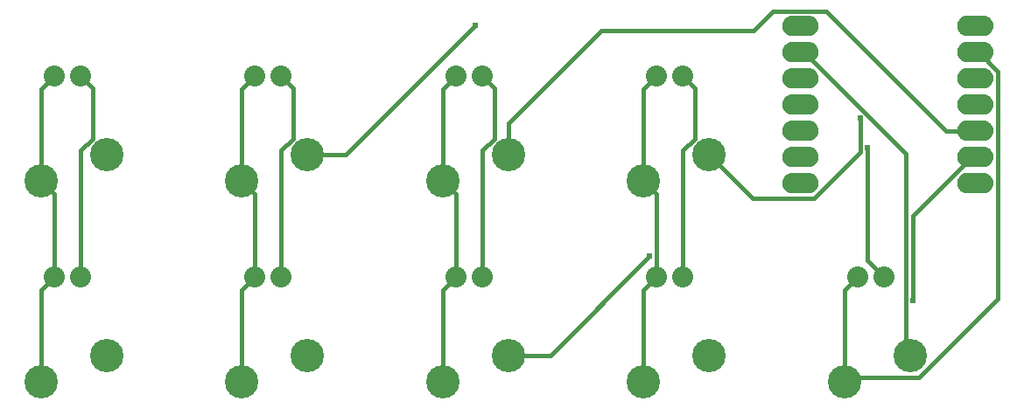
<source format=gbl>
G04 Layer: BottomLayer*
G04 EasyEDA v6.5.34, 2023-09-07 19:38:45*
G04 9ee9bf4eaa3c4749808be0ecbaf77966,1ae14fa7f5aa486887b2aa5280da83c0,10*
G04 Gerber Generator version 0.2*
G04 Scale: 100 percent, Rotated: No, Reflected: No *
G04 Dimensions in millimeters *
G04 leading zeros omitted , absolute positions ,4 integer and 5 decimal *
%FSLAX45Y45*%
%MOMM*%

%ADD10C,0.4000*%
%ADD11C,2.0320*%
%ADD12C,3.2258*%
%ADD13C,0.6100*%

%LPD*%
D10*
X4015740Y9964165D02*
G01*
X4130979Y9848926D01*
X4130979Y9359188D01*
X4015740Y9243949D01*
X4015740Y8021065D01*
X5958840Y9964165D02*
G01*
X6074079Y9848926D01*
X6074079Y9359188D01*
X5958840Y9243949D01*
X5958840Y8021065D01*
X7901940Y9964165D02*
G01*
X8018576Y9847529D01*
X8018576Y9360585D01*
X7901940Y9243949D01*
X7901940Y8021065D01*
X9845040Y9964165D02*
G01*
X9960279Y9848926D01*
X9960279Y9359188D01*
X9845040Y9243949D01*
X9845040Y8021065D01*
X11788140Y8021065D02*
G01*
X11627586Y8181619D01*
X11627586Y9269552D01*
X3634740Y8948165D02*
G01*
X3761740Y8821165D01*
X3761740Y8021065D01*
X3761740Y9964165D02*
G01*
X3634740Y9837165D01*
X3634740Y8948165D01*
X5577840Y8948165D02*
G01*
X5704840Y8821165D01*
X5704840Y8021065D01*
X5704840Y9964165D02*
G01*
X5577840Y9837165D01*
X5577840Y8948165D01*
X3634740Y7005065D02*
G01*
X3634740Y7894065D01*
X3761740Y8021065D01*
X7520940Y8948165D02*
G01*
X7647940Y8821165D01*
X7647940Y8021065D01*
X7647940Y9964165D02*
G01*
X7520940Y9837165D01*
X7520940Y8948165D01*
X9464040Y8948165D02*
G01*
X9591040Y8821165D01*
X9591040Y8021065D01*
X9591040Y9964165D02*
G01*
X9464040Y9837165D01*
X9464040Y8948165D01*
X9464040Y7005065D02*
G01*
X9464040Y7894065D01*
X9591040Y8021065D01*
X7520940Y7005065D02*
G01*
X7520940Y7894065D01*
X7647940Y8021065D01*
X5577840Y7005065D02*
G01*
X5577840Y7894065D01*
X5704840Y8021065D01*
X11407140Y7005065D02*
G01*
X11407140Y7047560D01*
X11407140Y7047560D02*
G01*
X11407140Y7894065D01*
X11534140Y8021065D01*
X11407140Y7047560D02*
G01*
X12130735Y7047560D01*
X12892582Y7809407D01*
X12892582Y10010876D01*
X12703403Y10200055D01*
X12672034Y10200055D01*
X10980420Y10199039D02*
G01*
X11015141Y10199039D01*
X12004624Y9209557D01*
X12004624Y7296581D01*
X12042140Y7259065D01*
X6212840Y9202165D02*
G01*
X6579158Y9202165D01*
X7830616Y10453624D01*
X8155940Y9202165D02*
G01*
X8155940Y9510318D01*
X9054185Y10408564D01*
X10530713Y10408564D01*
X10717047Y10594898D01*
X11229289Y10594898D01*
X12387148Y9437039D01*
X12672034Y9437039D01*
X10099040Y9202165D02*
G01*
X10519409Y8781795D01*
X11112474Y8781795D01*
X11557609Y9226930D01*
X11557609Y9563404D01*
X12672034Y9184055D02*
G01*
X12643383Y9184055D01*
X12070486Y8611158D01*
X12070486Y7790484D01*
X8155940Y7259065D02*
G01*
X8561603Y7259065D01*
X9521063Y8218525D01*
G36*
X12596987Y10353662D02*
G01*
X12592006Y10353786D01*
X12587036Y10354160D01*
X12582090Y10354779D01*
X12577183Y10355643D01*
X12572324Y10356753D01*
X12567526Y10358102D01*
X12562804Y10359689D01*
X12558163Y10361510D01*
X12553622Y10363560D01*
X12549187Y10365833D01*
X12544872Y10368325D01*
X12540683Y10371030D01*
X12536637Y10373939D01*
X12532740Y10377045D01*
X12529004Y10380342D01*
X12525438Y10383822D01*
X12522047Y10387477D01*
X12518844Y10391294D01*
X12515834Y10395267D01*
X12513028Y10399384D01*
X12510429Y10403636D01*
X12508047Y10408013D01*
X12505883Y10412503D01*
X12503947Y10417096D01*
X12502243Y10421780D01*
X12500775Y10426539D01*
X12499545Y10431371D01*
X12498557Y10436255D01*
X12497813Y10441183D01*
X12497318Y10446141D01*
X12497069Y10451119D01*
X12497069Y10456103D01*
X12497318Y10461081D01*
X12497813Y10466039D01*
X12498557Y10470967D01*
X12499545Y10475851D01*
X12500775Y10480682D01*
X12502243Y10485442D01*
X12503947Y10490126D01*
X12505883Y10494718D01*
X12508047Y10499209D01*
X12510429Y10503585D01*
X12513028Y10507837D01*
X12515834Y10511955D01*
X12518844Y10515927D01*
X12522047Y10519745D01*
X12525438Y10523400D01*
X12529004Y10526880D01*
X12532740Y10530177D01*
X12536637Y10533283D01*
X12540683Y10536191D01*
X12544872Y10538896D01*
X12549187Y10541388D01*
X12553622Y10543661D01*
X12558163Y10545711D01*
X12562804Y10547532D01*
X12567526Y10549120D01*
X12572324Y10550469D01*
X12577183Y10551579D01*
X12582090Y10552442D01*
X12587036Y10553062D01*
X12592006Y10553435D01*
X12596987Y10553560D01*
X12747091Y10553560D01*
X12752072Y10553435D01*
X12757043Y10553062D01*
X12761988Y10552442D01*
X12766895Y10551579D01*
X12771754Y10550469D01*
X12776553Y10549120D01*
X12781274Y10547532D01*
X12785915Y10545711D01*
X12790457Y10543661D01*
X12794891Y10541388D01*
X12799207Y10538896D01*
X12803395Y10536191D01*
X12807441Y10533283D01*
X12811338Y10530177D01*
X12815074Y10526880D01*
X12818640Y10523400D01*
X12822031Y10519745D01*
X12825234Y10515927D01*
X12828244Y10511955D01*
X12831051Y10507837D01*
X12833649Y10503585D01*
X12836032Y10499209D01*
X12838196Y10494718D01*
X12840131Y10490126D01*
X12841836Y10485442D01*
X12843304Y10480682D01*
X12844533Y10475851D01*
X12845521Y10470967D01*
X12846265Y10466039D01*
X12846761Y10461081D01*
X12847010Y10456103D01*
X12847010Y10451119D01*
X12846761Y10446141D01*
X12846265Y10441183D01*
X12845521Y10436255D01*
X12844533Y10431371D01*
X12843304Y10426539D01*
X12841836Y10421780D01*
X12840131Y10417096D01*
X12838196Y10412503D01*
X12836032Y10408013D01*
X12833649Y10403636D01*
X12831051Y10399384D01*
X12828244Y10395267D01*
X12825234Y10391294D01*
X12822031Y10387477D01*
X12818640Y10383822D01*
X12815074Y10380342D01*
X12811338Y10377045D01*
X12807441Y10373939D01*
X12803395Y10371030D01*
X12799207Y10368325D01*
X12794891Y10365833D01*
X12790457Y10363560D01*
X12785915Y10361510D01*
X12781274Y10359689D01*
X12776553Y10358102D01*
X12771754Y10356753D01*
X12766895Y10355643D01*
X12761988Y10354779D01*
X12757043Y10354160D01*
X12752072Y10353786D01*
X12747091Y10353662D01*
G37*
G36*
X10905388Y10353662D02*
G01*
X10900407Y10353786D01*
X10895436Y10354160D01*
X10890491Y10354779D01*
X10885584Y10355643D01*
X10880725Y10356753D01*
X10875926Y10358102D01*
X10871205Y10359689D01*
X10866564Y10361510D01*
X10862022Y10363560D01*
X10857588Y10365833D01*
X10853272Y10368325D01*
X10849084Y10371030D01*
X10845038Y10373939D01*
X10841141Y10377045D01*
X10837405Y10380342D01*
X10833839Y10383822D01*
X10830448Y10387477D01*
X10827245Y10391294D01*
X10824235Y10395267D01*
X10821428Y10399384D01*
X10818830Y10403636D01*
X10816447Y10408013D01*
X10814283Y10412503D01*
X10812348Y10417096D01*
X10810643Y10421780D01*
X10809175Y10426539D01*
X10807946Y10431371D01*
X10806958Y10436255D01*
X10806214Y10441183D01*
X10805718Y10446141D01*
X10805469Y10451119D01*
X10805469Y10456103D01*
X10805718Y10461081D01*
X10806214Y10466039D01*
X10806958Y10470967D01*
X10807946Y10475851D01*
X10809175Y10480682D01*
X10810643Y10485442D01*
X10812348Y10490126D01*
X10814283Y10494718D01*
X10816447Y10499209D01*
X10818830Y10503585D01*
X10821428Y10507837D01*
X10824235Y10511955D01*
X10827245Y10515927D01*
X10830448Y10519745D01*
X10833839Y10523400D01*
X10837405Y10526880D01*
X10841141Y10530177D01*
X10845038Y10533283D01*
X10849084Y10536191D01*
X10853272Y10538896D01*
X10857588Y10541388D01*
X10862022Y10543661D01*
X10866564Y10545711D01*
X10871205Y10547532D01*
X10875926Y10549120D01*
X10880725Y10550469D01*
X10885584Y10551579D01*
X10890491Y10552442D01*
X10895436Y10553062D01*
X10900407Y10553435D01*
X10905388Y10553560D01*
X11055492Y10553560D01*
X11060473Y10553435D01*
X11065443Y10553062D01*
X11070389Y10552442D01*
X11075296Y10551579D01*
X11080155Y10550469D01*
X11084953Y10549120D01*
X11089675Y10547532D01*
X11094316Y10545711D01*
X11098857Y10543661D01*
X11103292Y10541388D01*
X11107607Y10538896D01*
X11111796Y10536191D01*
X11115842Y10533283D01*
X11119738Y10530177D01*
X11123475Y10526880D01*
X11127041Y10523400D01*
X11130432Y10519745D01*
X11133635Y10515927D01*
X11136645Y10511955D01*
X11139451Y10507837D01*
X11142050Y10503585D01*
X11144432Y10499209D01*
X11146596Y10494718D01*
X11148532Y10490126D01*
X11150236Y10485442D01*
X11151704Y10480682D01*
X11152934Y10475851D01*
X11153922Y10470967D01*
X11154666Y10466039D01*
X11155161Y10461081D01*
X11155410Y10456103D01*
X11155410Y10451119D01*
X11155161Y10446141D01*
X11154666Y10441183D01*
X11153922Y10436255D01*
X11152934Y10431371D01*
X11151704Y10426539D01*
X11150236Y10421780D01*
X11148532Y10417096D01*
X11146596Y10412503D01*
X11144432Y10408013D01*
X11142050Y10403636D01*
X11139451Y10399384D01*
X11136645Y10395267D01*
X11133635Y10391294D01*
X11130432Y10387477D01*
X11127041Y10383822D01*
X11123475Y10380342D01*
X11119738Y10377045D01*
X11115842Y10373939D01*
X11111796Y10371030D01*
X11107607Y10368325D01*
X11103292Y10365833D01*
X11098857Y10363560D01*
X11094316Y10361510D01*
X11089675Y10359689D01*
X11084953Y10358102D01*
X11080155Y10356753D01*
X11075296Y10355643D01*
X11070389Y10354779D01*
X11065443Y10354160D01*
X11060473Y10353786D01*
X11055492Y10353662D01*
G37*
G36*
X10905370Y10099090D02*
G01*
X10900392Y10099210D01*
X10895418Y10099598D01*
X10890473Y10100198D01*
X10885568Y10101071D01*
X10880707Y10102179D01*
X10875911Y10103533D01*
X10871189Y10105120D01*
X10866546Y10106936D01*
X10862007Y10108986D01*
X10857570Y10111259D01*
X10853252Y10113749D01*
X10849066Y10116461D01*
X10845017Y10119362D01*
X10841123Y10122468D01*
X10837390Y10125781D01*
X10833818Y10129253D01*
X10830427Y10132913D01*
X10827230Y10136728D01*
X10824215Y10140690D01*
X10821410Y10144808D01*
X10818812Y10149062D01*
X10816432Y10153436D01*
X10814268Y10157924D01*
X10812330Y10162522D01*
X10810623Y10167203D01*
X10809155Y10171965D01*
X10807928Y10176791D01*
X10806940Y10181686D01*
X10806198Y10186609D01*
X10805701Y10191559D01*
X10805449Y10196550D01*
X10805449Y10201523D01*
X10805701Y10206509D01*
X10806198Y10211460D01*
X10806940Y10216393D01*
X10807928Y10221282D01*
X10809155Y10226113D01*
X10810623Y10230876D01*
X10812330Y10235552D01*
X10814268Y10240144D01*
X10816432Y10244637D01*
X10818812Y10249011D01*
X10821410Y10253266D01*
X10824215Y10257383D01*
X10827230Y10261358D01*
X10830427Y10265178D01*
X10833818Y10268826D01*
X10837390Y10272311D01*
X10841123Y10275605D01*
X10845017Y10278711D01*
X10849066Y10281612D01*
X10853252Y10284325D01*
X10857570Y10286809D01*
X10862007Y10289087D01*
X10866546Y10291137D01*
X10871189Y10292953D01*
X10875911Y10294541D01*
X10880707Y10295895D01*
X10885568Y10297002D01*
X10890473Y10297871D01*
X10895418Y10298493D01*
X10900392Y10298864D01*
X10905370Y10298988D01*
X11055477Y10298988D01*
X11060455Y10298864D01*
X11065423Y10298493D01*
X11070369Y10297871D01*
X11075278Y10297002D01*
X11080140Y10295895D01*
X11084935Y10294541D01*
X11089657Y10292953D01*
X11094295Y10291137D01*
X11098847Y10289087D01*
X11103272Y10286809D01*
X11107590Y10284325D01*
X11111781Y10281612D01*
X11115824Y10278711D01*
X11119718Y10275605D01*
X11123465Y10272311D01*
X11127021Y10268826D01*
X11130414Y10265178D01*
X11133617Y10261358D01*
X11136627Y10257383D01*
X11139436Y10253266D01*
X11142035Y10249011D01*
X11144415Y10244637D01*
X11146579Y10240144D01*
X11148517Y10235552D01*
X11150224Y10230876D01*
X11151684Y10226113D01*
X11152919Y10221282D01*
X11153907Y10216393D01*
X11154648Y10211460D01*
X11155146Y10206509D01*
X11155390Y10201523D01*
X11155390Y10196550D01*
X11155146Y10191559D01*
X11154648Y10186609D01*
X11153907Y10181686D01*
X11152919Y10176791D01*
X11151684Y10171965D01*
X11150224Y10167203D01*
X11148517Y10162522D01*
X11146579Y10157924D01*
X11144415Y10153436D01*
X11142035Y10149062D01*
X11139436Y10144808D01*
X11136627Y10140690D01*
X11133617Y10136728D01*
X11130414Y10132913D01*
X11127021Y10129253D01*
X11123465Y10125781D01*
X11119718Y10122468D01*
X11115824Y10119362D01*
X11111781Y10116461D01*
X11107590Y10113749D01*
X11103272Y10111259D01*
X11098847Y10108986D01*
X11094295Y10106936D01*
X11089657Y10105120D01*
X11084935Y10103533D01*
X11080140Y10102179D01*
X11075278Y10101071D01*
X11070369Y10100198D01*
X11065423Y10099598D01*
X11060455Y10099210D01*
X11055477Y10099090D01*
G37*
G36*
X10905370Y9846091D02*
G01*
X10900387Y9846210D01*
X10895416Y9846599D01*
X10890468Y9847199D01*
X10885566Y9848072D01*
X10880707Y9849180D01*
X10875906Y9850534D01*
X10871187Y9852121D01*
X10866541Y9853937D01*
X10862005Y9855987D01*
X10857567Y9858260D01*
X10853247Y9860749D01*
X10849061Y9863462D01*
X10845012Y9866363D01*
X10841118Y9869469D01*
X10837387Y9872781D01*
X10833818Y9876254D01*
X10830422Y9879914D01*
X10827224Y9883729D01*
X10824209Y9887691D01*
X10821405Y9891809D01*
X10818807Y9896063D01*
X10816429Y9900437D01*
X10814265Y9904925D01*
X10812330Y9909522D01*
X10810618Y9914204D01*
X10809155Y9918966D01*
X10807923Y9923792D01*
X10806935Y9928687D01*
X10806193Y9933609D01*
X10805701Y9938560D01*
X10805449Y9943551D01*
X10805449Y9948524D01*
X10805701Y9953510D01*
X10806193Y9958461D01*
X10806935Y9963393D01*
X10807923Y9968283D01*
X10809155Y9973114D01*
X10810618Y9977876D01*
X10812330Y9982553D01*
X10814265Y9987145D01*
X10816429Y9991638D01*
X10818807Y9996012D01*
X10821405Y10000267D01*
X10824209Y10004384D01*
X10827224Y10008359D01*
X10830422Y10012179D01*
X10833818Y10015827D01*
X10837387Y10019311D01*
X10841118Y10022606D01*
X10845012Y10025712D01*
X10849061Y10028613D01*
X10853247Y10031326D01*
X10857567Y10033810D01*
X10862005Y10036088D01*
X10866541Y10038138D01*
X10871187Y10039954D01*
X10875906Y10041542D01*
X10880707Y10042895D01*
X10885566Y10044003D01*
X10890468Y10044871D01*
X10895416Y10045494D01*
X10900387Y10045865D01*
X10905370Y10045989D01*
X11055474Y10045989D01*
X11060450Y10045865D01*
X11065418Y10045494D01*
X11070363Y10044871D01*
X11075278Y10044003D01*
X11080137Y10042895D01*
X11084930Y10041542D01*
X11089657Y10039954D01*
X11094290Y10038138D01*
X11098844Y10036088D01*
X11103267Y10033810D01*
X11107587Y10031326D01*
X11111776Y10028613D01*
X11115822Y10025712D01*
X11119713Y10022606D01*
X11123462Y10019311D01*
X11127021Y10015827D01*
X11130412Y10012179D01*
X11133612Y10008359D01*
X11136622Y10004384D01*
X11139431Y10000267D01*
X11142030Y9996012D01*
X11144415Y9991638D01*
X11146579Y9987145D01*
X11148514Y9982553D01*
X11150221Y9977876D01*
X11151684Y9973114D01*
X11152913Y9968283D01*
X11153902Y9963393D01*
X11154643Y9958461D01*
X11155144Y9953510D01*
X11155390Y9948524D01*
X11155390Y9943551D01*
X11155144Y9938560D01*
X11154643Y9933609D01*
X11153902Y9928687D01*
X11152913Y9923792D01*
X11151684Y9918966D01*
X11150221Y9914204D01*
X11148514Y9909522D01*
X11146579Y9904925D01*
X11144415Y9900437D01*
X11142030Y9896063D01*
X11139431Y9891809D01*
X11136622Y9887691D01*
X11133612Y9883729D01*
X11130412Y9879914D01*
X11127021Y9876254D01*
X11123462Y9872781D01*
X11119713Y9869469D01*
X11115822Y9866363D01*
X11111776Y9863462D01*
X11107587Y9860749D01*
X11103267Y9858260D01*
X11098844Y9855987D01*
X11094290Y9853937D01*
X11089657Y9852121D01*
X11084930Y9850534D01*
X11080137Y9849180D01*
X11075278Y9848072D01*
X11070363Y9847199D01*
X11065418Y9846599D01*
X11060450Y9846210D01*
X11055474Y9846091D01*
G37*
G36*
X10905370Y9592089D02*
G01*
X10900392Y9592210D01*
X10895416Y9592599D01*
X10890470Y9593199D01*
X10885566Y9594072D01*
X10880707Y9595180D01*
X10875911Y9596534D01*
X10871187Y9598121D01*
X10866544Y9599935D01*
X10862005Y9601987D01*
X10857567Y9604258D01*
X10853252Y9606749D01*
X10849066Y9609460D01*
X10845017Y9612363D01*
X10841121Y9615469D01*
X10837387Y9618781D01*
X10833818Y9622251D01*
X10830427Y9625914D01*
X10827230Y9629726D01*
X10824215Y9633691D01*
X10821410Y9637809D01*
X10818812Y9642060D01*
X10816429Y9646437D01*
X10814265Y9650925D01*
X10812330Y9655520D01*
X10810623Y9660204D01*
X10809155Y9664966D01*
X10807928Y9669792D01*
X10806940Y9674684D01*
X10806196Y9679607D01*
X10805701Y9684560D01*
X10805449Y9689551D01*
X10805449Y9694524D01*
X10805701Y9699508D01*
X10806196Y9704461D01*
X10806940Y9709393D01*
X10807928Y9714280D01*
X10809155Y9719111D01*
X10810623Y9723874D01*
X10812330Y9728553D01*
X10814265Y9733142D01*
X10816429Y9737638D01*
X10818812Y9742012D01*
X10821410Y9746267D01*
X10824215Y9750384D01*
X10827230Y9754356D01*
X10830427Y9758177D01*
X10833818Y9761827D01*
X10837387Y9765309D01*
X10841121Y9768606D01*
X10845017Y9771712D01*
X10849066Y9774613D01*
X10853252Y9777326D01*
X10857567Y9779810D01*
X10862005Y9782088D01*
X10866544Y9784138D01*
X10871187Y9785954D01*
X10875911Y9787542D01*
X10880707Y9788893D01*
X10885566Y9790003D01*
X10890470Y9790869D01*
X10895416Y9791491D01*
X10900392Y9791865D01*
X10905370Y9791989D01*
X11055474Y9791989D01*
X11060455Y9791865D01*
X11065423Y9791491D01*
X11070369Y9790869D01*
X11075278Y9790003D01*
X11080137Y9788893D01*
X11084935Y9787542D01*
X11089657Y9785954D01*
X11094293Y9784138D01*
X11098844Y9782088D01*
X11103272Y9779810D01*
X11107587Y9777326D01*
X11111778Y9774613D01*
X11115822Y9771712D01*
X11119716Y9768606D01*
X11123462Y9765309D01*
X11127021Y9761827D01*
X11130412Y9758177D01*
X11133617Y9754356D01*
X11136624Y9750384D01*
X11139436Y9746267D01*
X11142032Y9742012D01*
X11144415Y9737638D01*
X11146579Y9733142D01*
X11148514Y9728553D01*
X11150221Y9723874D01*
X11151684Y9719111D01*
X11152919Y9714280D01*
X11153904Y9709393D01*
X11154648Y9704461D01*
X11155144Y9699508D01*
X11155390Y9694524D01*
X11155390Y9689551D01*
X11155144Y9684560D01*
X11154648Y9679607D01*
X11153904Y9674684D01*
X11152919Y9669792D01*
X11151684Y9664966D01*
X11150221Y9660204D01*
X11148514Y9655520D01*
X11146579Y9650925D01*
X11144415Y9646437D01*
X11142032Y9642060D01*
X11139436Y9637809D01*
X11136624Y9633691D01*
X11133617Y9629726D01*
X11130412Y9625914D01*
X11127021Y9622251D01*
X11123462Y9618781D01*
X11119716Y9615469D01*
X11115822Y9612363D01*
X11111778Y9609460D01*
X11107587Y9606749D01*
X11103272Y9604258D01*
X11098844Y9601987D01*
X11094293Y9599935D01*
X11089657Y9598121D01*
X11084935Y9596534D01*
X11080137Y9595180D01*
X11075278Y9594072D01*
X11070369Y9593199D01*
X11065423Y9592599D01*
X11060455Y9592210D01*
X11055474Y9592089D01*
G37*
G36*
X10905365Y9338091D02*
G01*
X10900387Y9338210D01*
X10895411Y9338599D01*
X10890465Y9339199D01*
X10885561Y9340072D01*
X10880702Y9341180D01*
X10875906Y9342534D01*
X10871182Y9344121D01*
X10866539Y9345937D01*
X10862000Y9347987D01*
X10857562Y9350260D01*
X10853247Y9352749D01*
X10849061Y9355462D01*
X10845012Y9358363D01*
X10841116Y9361469D01*
X10837382Y9364781D01*
X10833813Y9368254D01*
X10830422Y9371914D01*
X10827224Y9375729D01*
X10824209Y9379691D01*
X10821405Y9383809D01*
X10818807Y9388063D01*
X10816424Y9392437D01*
X10814260Y9396925D01*
X10812325Y9401522D01*
X10810618Y9406204D01*
X10809150Y9410966D01*
X10807923Y9415792D01*
X10806935Y9420687D01*
X10806191Y9425609D01*
X10805695Y9430560D01*
X10805444Y9435551D01*
X10805444Y9440524D01*
X10805695Y9445510D01*
X10806191Y9450461D01*
X10806935Y9455393D01*
X10807923Y9460283D01*
X10809150Y9465114D01*
X10810618Y9469876D01*
X10812325Y9474553D01*
X10814260Y9479145D01*
X10816424Y9483638D01*
X10818807Y9488012D01*
X10821405Y9492267D01*
X10824209Y9496384D01*
X10827224Y9500359D01*
X10830422Y9504179D01*
X10833813Y9507827D01*
X10837382Y9511311D01*
X10841116Y9514606D01*
X10845012Y9517712D01*
X10849061Y9520613D01*
X10853247Y9523326D01*
X10857562Y9525810D01*
X10862000Y9528088D01*
X10866539Y9530138D01*
X10871182Y9531954D01*
X10875906Y9533542D01*
X10880702Y9534895D01*
X10885561Y9536003D01*
X10890465Y9536871D01*
X10895411Y9537494D01*
X10900387Y9537865D01*
X10905365Y9537989D01*
X11055469Y9537989D01*
X11060450Y9537865D01*
X11065418Y9537494D01*
X11070363Y9536871D01*
X11075273Y9536003D01*
X11080132Y9534895D01*
X11084930Y9533542D01*
X11089652Y9531954D01*
X11094288Y9530138D01*
X11098839Y9528088D01*
X11103267Y9525810D01*
X11107582Y9523326D01*
X11111773Y9520613D01*
X11115817Y9517712D01*
X11119711Y9514606D01*
X11123457Y9511311D01*
X11127016Y9507827D01*
X11130406Y9504179D01*
X11133612Y9500359D01*
X11136619Y9496384D01*
X11139431Y9492267D01*
X11142027Y9488012D01*
X11144410Y9483638D01*
X11146574Y9479145D01*
X11148509Y9474553D01*
X11150216Y9469876D01*
X11151679Y9465114D01*
X11152913Y9460283D01*
X11153899Y9455393D01*
X11154643Y9450461D01*
X11155138Y9445510D01*
X11155385Y9440524D01*
X11155385Y9435551D01*
X11155138Y9430560D01*
X11154643Y9425609D01*
X11153899Y9420687D01*
X11152913Y9415792D01*
X11151679Y9410966D01*
X11150216Y9406204D01*
X11148509Y9401522D01*
X11146574Y9396925D01*
X11144410Y9392437D01*
X11142027Y9388063D01*
X11139431Y9383809D01*
X11136619Y9379691D01*
X11133612Y9375729D01*
X11130406Y9371914D01*
X11127016Y9368254D01*
X11123457Y9364781D01*
X11119711Y9361469D01*
X11115817Y9358363D01*
X11111773Y9355462D01*
X11107582Y9352749D01*
X11103267Y9350260D01*
X11098839Y9347987D01*
X11094288Y9345937D01*
X11089652Y9344121D01*
X11084930Y9342534D01*
X11080132Y9341180D01*
X11075273Y9340072D01*
X11070363Y9339199D01*
X11065418Y9338599D01*
X11060450Y9338210D01*
X11055469Y9338091D01*
G37*
G36*
X10905365Y9084091D02*
G01*
X10900389Y9084210D01*
X10895406Y9084599D01*
X10890468Y9085199D01*
X10885556Y9086072D01*
X10880702Y9087180D01*
X10875909Y9088534D01*
X10871177Y9090121D01*
X10866544Y9091937D01*
X10862000Y9093987D01*
X10857557Y9096260D01*
X10853252Y9098749D01*
X10849066Y9101462D01*
X10845017Y9104363D01*
X10841121Y9107469D01*
X10837382Y9110781D01*
X10833813Y9114254D01*
X10830427Y9117914D01*
X10827230Y9121729D01*
X10824212Y9125691D01*
X10821410Y9129809D01*
X10818812Y9134063D01*
X10816419Y9138437D01*
X10814260Y9142925D01*
X10812325Y9147522D01*
X10810623Y9152204D01*
X10809150Y9156966D01*
X10807928Y9161792D01*
X10806940Y9166687D01*
X10806196Y9171609D01*
X10805701Y9176560D01*
X10805444Y9181551D01*
X10805444Y9186524D01*
X10805701Y9191510D01*
X10806196Y9196461D01*
X10806940Y9201393D01*
X10807928Y9206283D01*
X10809150Y9211114D01*
X10810623Y9215876D01*
X10812325Y9220553D01*
X10814260Y9225145D01*
X10816419Y9229638D01*
X10818812Y9234012D01*
X10821410Y9238267D01*
X10824212Y9242384D01*
X10827230Y9246359D01*
X10830427Y9250179D01*
X10833813Y9253827D01*
X10837382Y9257311D01*
X10841121Y9260606D01*
X10845017Y9263712D01*
X10849066Y9266613D01*
X10853252Y9269326D01*
X10857557Y9271810D01*
X10862000Y9274088D01*
X10866544Y9276138D01*
X10871177Y9277954D01*
X10875909Y9279542D01*
X10880702Y9280895D01*
X10885556Y9282003D01*
X10890468Y9282871D01*
X10895406Y9283494D01*
X10900389Y9283865D01*
X10905365Y9283989D01*
X11055464Y9283989D01*
X11060455Y9283865D01*
X11065421Y9283494D01*
X11070366Y9282871D01*
X11075273Y9282003D01*
X11080132Y9280895D01*
X11084935Y9279542D01*
X11089657Y9277954D01*
X11094293Y9276138D01*
X11098834Y9274088D01*
X11103272Y9271810D01*
X11107577Y9269326D01*
X11111778Y9266613D01*
X11115817Y9263712D01*
X11119716Y9260606D01*
X11123452Y9257311D01*
X11127021Y9253827D01*
X11130401Y9250179D01*
X11133617Y9246359D01*
X11136622Y9242384D01*
X11139434Y9238267D01*
X11142032Y9234012D01*
X11144415Y9229638D01*
X11146574Y9225145D01*
X11148509Y9220553D01*
X11150211Y9215876D01*
X11151684Y9211114D01*
X11152916Y9206283D01*
X11153904Y9201393D01*
X11154648Y9196461D01*
X11155133Y9191510D01*
X11155385Y9186524D01*
X11155385Y9181551D01*
X11155133Y9176560D01*
X11154648Y9171609D01*
X11153904Y9166687D01*
X11152916Y9161792D01*
X11151684Y9156966D01*
X11150211Y9152204D01*
X11148509Y9147522D01*
X11146574Y9142925D01*
X11144415Y9138437D01*
X11142032Y9134063D01*
X11139434Y9129809D01*
X11136622Y9125691D01*
X11133617Y9121729D01*
X11130401Y9117914D01*
X11127021Y9114254D01*
X11123452Y9110781D01*
X11119716Y9107469D01*
X11115817Y9104363D01*
X11111778Y9101462D01*
X11107577Y9098749D01*
X11103272Y9096260D01*
X11098834Y9093987D01*
X11094293Y9091937D01*
X11089657Y9090121D01*
X11084935Y9088534D01*
X11080132Y9087180D01*
X11075273Y9086072D01*
X11070366Y9085199D01*
X11065421Y9084599D01*
X11060455Y9084210D01*
X11055464Y9084091D01*
G37*
G36*
X10905365Y8830096D02*
G01*
X10900389Y8830213D01*
X10895406Y8830604D01*
X10890470Y8831201D01*
X10885556Y8832077D01*
X10880702Y8833182D01*
X10875909Y8834539D01*
X10871177Y8836126D01*
X10866544Y8837942D01*
X10862000Y8839992D01*
X10857557Y8842263D01*
X10853249Y8844754D01*
X10849066Y8847467D01*
X10845017Y8850368D01*
X10841121Y8853472D01*
X10837382Y8856786D01*
X10833813Y8860259D01*
X10830425Y8863919D01*
X10827227Y8867731D01*
X10824212Y8871694D01*
X10821408Y8875814D01*
X10818812Y8880068D01*
X10816419Y8884442D01*
X10814260Y8888928D01*
X10812325Y8893528D01*
X10810623Y8898206D01*
X10809150Y8902969D01*
X10807926Y8907795D01*
X10806940Y8912689D01*
X10806196Y8917612D01*
X10805701Y8922565D01*
X10805444Y8927556D01*
X10805444Y8932527D01*
X10805701Y8937513D01*
X10806196Y8942466D01*
X10806940Y8947396D01*
X10807926Y8952288D01*
X10809150Y8957116D01*
X10810623Y8961879D01*
X10812325Y8966555D01*
X10814260Y8971145D01*
X10816419Y8975641D01*
X10818812Y8980015D01*
X10821408Y8984269D01*
X10824212Y8988386D01*
X10827227Y8992362D01*
X10830425Y8996182D01*
X10833813Y8999829D01*
X10837382Y9003314D01*
X10841121Y9006608D01*
X10845017Y9009715D01*
X10849066Y9012615D01*
X10853249Y9015328D01*
X10857557Y9017815D01*
X10862000Y9020091D01*
X10866544Y9022140D01*
X10871177Y9023957D01*
X10875909Y9025544D01*
X10880702Y9026900D01*
X10885556Y9028005D01*
X10890470Y9028874D01*
X10895406Y9029496D01*
X10900389Y9029870D01*
X10905365Y9029992D01*
X11055464Y9029992D01*
X11060452Y9029870D01*
X11065421Y9029496D01*
X11070366Y9028874D01*
X11075273Y9028005D01*
X11080132Y9026900D01*
X11084933Y9025544D01*
X11089657Y9023957D01*
X11094293Y9022140D01*
X11098834Y9020091D01*
X11103269Y9017815D01*
X11107577Y9015328D01*
X11111778Y9012615D01*
X11115817Y9009715D01*
X11119716Y9006608D01*
X11123452Y9003314D01*
X11127021Y8999829D01*
X11130401Y8996182D01*
X11133615Y8992362D01*
X11136622Y8988386D01*
X11139434Y8984269D01*
X11142032Y8980015D01*
X11144415Y8975641D01*
X11146574Y8971145D01*
X11148509Y8966555D01*
X11150211Y8961879D01*
X11151684Y8957116D01*
X11152916Y8952288D01*
X11153904Y8947396D01*
X11154648Y8942466D01*
X11155133Y8937513D01*
X11155385Y8932527D01*
X11155385Y8927556D01*
X11155133Y8922565D01*
X11154648Y8917612D01*
X11153904Y8912689D01*
X11152916Y8907795D01*
X11151684Y8902969D01*
X11150211Y8898206D01*
X11148509Y8893528D01*
X11146574Y8888928D01*
X11144415Y8884442D01*
X11142032Y8880068D01*
X11139434Y8875814D01*
X11136622Y8871694D01*
X11133615Y8867731D01*
X11130401Y8863919D01*
X11127021Y8860259D01*
X11123452Y8856786D01*
X11119716Y8853472D01*
X11115817Y8850368D01*
X11111778Y8847467D01*
X11107577Y8844754D01*
X11103269Y8842263D01*
X11098834Y8839992D01*
X11094293Y8837942D01*
X11089657Y8836126D01*
X11084933Y8834539D01*
X11080132Y8833182D01*
X11075273Y8832077D01*
X11070366Y8831201D01*
X11065421Y8830604D01*
X11060452Y8830213D01*
X11055464Y8830096D01*
G37*
G36*
X12747089Y10100096D02*
G01*
X12752072Y10100210D01*
X12757048Y10100612D01*
X12761983Y10101199D01*
X12766893Y10102085D01*
X12771747Y10103180D01*
X12776545Y10104546D01*
X12781272Y10106134D01*
X12785910Y10107942D01*
X12790454Y10110000D01*
X12794891Y10112265D01*
X12799207Y10114762D01*
X12803383Y10117467D01*
X12807431Y10120376D01*
X12811333Y10123469D01*
X12815072Y10126794D01*
X12818635Y10130259D01*
X12822029Y10133926D01*
X12825229Y10137734D01*
X12828242Y10141691D01*
X12831048Y10145821D01*
X12833637Y10150068D01*
X12836029Y10154450D01*
X12838193Y10158925D01*
X12840124Y10163528D01*
X12841825Y10168211D01*
X12843299Y10172974D01*
X12844531Y10177792D01*
X12845508Y10182692D01*
X12846258Y10187614D01*
X12846748Y10192572D01*
X12847005Y10197556D01*
X12847005Y10202524D01*
X12846748Y10207515D01*
X12846258Y10212473D01*
X12845508Y10217401D01*
X12844531Y10222288D01*
X12843299Y10227119D01*
X12841825Y10231881D01*
X12840124Y10236553D01*
X12838193Y10241150D01*
X12836029Y10245638D01*
X12833637Y10250012D01*
X12831048Y10254267D01*
X12828242Y10258384D01*
X12825229Y10262364D01*
X12822029Y10266184D01*
X12818635Y10269834D01*
X12815072Y10273317D01*
X12811333Y10276606D01*
X12807431Y10279712D01*
X12803383Y10282613D01*
X12799207Y10285326D01*
X12794891Y10287822D01*
X12790454Y10290088D01*
X12785910Y10292138D01*
X12781272Y10293954D01*
X12776545Y10295542D01*
X12771747Y10296900D01*
X12766893Y10298003D01*
X12761983Y10298877D01*
X12757048Y10299499D01*
X12752072Y10299877D01*
X12747089Y10299997D01*
X12597000Y10299997D01*
X12592011Y10299877D01*
X12587043Y10299499D01*
X12582098Y10298877D01*
X12577198Y10298003D01*
X12572329Y10296900D01*
X12567536Y10295542D01*
X12562806Y10293954D01*
X12558171Y10292138D01*
X12553637Y10290088D01*
X12549195Y10287822D01*
X12544889Y10285326D01*
X12540686Y10282613D01*
X12536655Y10279712D01*
X12532748Y10276606D01*
X12529014Y10273317D01*
X12525451Y10269834D01*
X12522070Y10266184D01*
X12518849Y10262364D01*
X12515844Y10258384D01*
X12513035Y10254267D01*
X12510432Y10250012D01*
X12508057Y10245638D01*
X12505898Y10241150D01*
X12503957Y10236553D01*
X12502255Y10231881D01*
X12500782Y10227119D01*
X12499548Y10222288D01*
X12498565Y10217401D01*
X12497823Y10212473D01*
X12497333Y10207515D01*
X12497081Y10202524D01*
X12497081Y10197556D01*
X12497333Y10192572D01*
X12497823Y10187614D01*
X12498565Y10182692D01*
X12499548Y10177792D01*
X12500782Y10172974D01*
X12502255Y10168211D01*
X12503957Y10163528D01*
X12505898Y10158925D01*
X12508057Y10154450D01*
X12510432Y10150068D01*
X12513035Y10145821D01*
X12515844Y10141691D01*
X12518849Y10137734D01*
X12522070Y10133926D01*
X12525451Y10130259D01*
X12529014Y10126794D01*
X12532748Y10123469D01*
X12536655Y10120376D01*
X12540686Y10117467D01*
X12544889Y10114762D01*
X12549195Y10112265D01*
X12553637Y10110000D01*
X12558171Y10107942D01*
X12562806Y10106134D01*
X12567536Y10104546D01*
X12572329Y10103180D01*
X12577198Y10102085D01*
X12582098Y10101199D01*
X12587043Y10100612D01*
X12592011Y10100210D01*
X12597000Y10100096D01*
G37*
G36*
X12747089Y9846096D02*
G01*
X12752075Y9846210D01*
X12757048Y9846612D01*
X12761981Y9847199D01*
X12766893Y9848085D01*
X12771747Y9849180D01*
X12776542Y9850546D01*
X12781272Y9852134D01*
X12785907Y9853942D01*
X12790454Y9856000D01*
X12794891Y9858265D01*
X12799207Y9860762D01*
X12803383Y9863467D01*
X12807431Y9866376D01*
X12811330Y9869469D01*
X12815072Y9872794D01*
X12818635Y9876259D01*
X12822026Y9879926D01*
X12825229Y9883734D01*
X12828239Y9887691D01*
X12831048Y9891821D01*
X12833637Y9896068D01*
X12836029Y9900450D01*
X12838193Y9904925D01*
X12840124Y9909528D01*
X12841825Y9914211D01*
X12843299Y9918974D01*
X12844531Y9923792D01*
X12845508Y9928692D01*
X12846255Y9933614D01*
X12846748Y9938572D01*
X12847005Y9943556D01*
X12847005Y9948524D01*
X12846748Y9953515D01*
X12846255Y9958473D01*
X12845508Y9963401D01*
X12844531Y9968288D01*
X12843299Y9973119D01*
X12841825Y9977881D01*
X12840124Y9982553D01*
X12838193Y9987150D01*
X12836029Y9991638D01*
X12833637Y9996012D01*
X12831048Y10000267D01*
X12828239Y10004384D01*
X12825229Y10008364D01*
X12822026Y10012184D01*
X12818635Y10015834D01*
X12815072Y10019317D01*
X12811330Y10022606D01*
X12807431Y10025712D01*
X12803383Y10028613D01*
X12799207Y10031326D01*
X12794891Y10033822D01*
X12790454Y10036088D01*
X12785907Y10038138D01*
X12781272Y10039954D01*
X12776542Y10041542D01*
X12771747Y10042900D01*
X12766893Y10044003D01*
X12761981Y10044877D01*
X12757048Y10045499D01*
X12752075Y10045877D01*
X12747089Y10045997D01*
X12597000Y10045997D01*
X12592011Y10045877D01*
X12587043Y10045499D01*
X12582098Y10044877D01*
X12577198Y10044003D01*
X12572326Y10042900D01*
X12567536Y10041542D01*
X12562806Y10039954D01*
X12558171Y10038138D01*
X12553637Y10036088D01*
X12549195Y10033822D01*
X12544887Y10031326D01*
X12540686Y10028613D01*
X12536652Y10025712D01*
X12532748Y10022606D01*
X12529012Y10019317D01*
X12525451Y10015834D01*
X12522070Y10012184D01*
X12518849Y10008364D01*
X12515844Y10004384D01*
X12513035Y10000267D01*
X12510432Y9996012D01*
X12508054Y9991638D01*
X12505898Y9987150D01*
X12503955Y9982553D01*
X12502253Y9977881D01*
X12500780Y9973119D01*
X12499548Y9968288D01*
X12498565Y9963401D01*
X12497823Y9958473D01*
X12497330Y9953515D01*
X12497079Y9948524D01*
X12497079Y9943556D01*
X12497330Y9938572D01*
X12497823Y9933614D01*
X12498565Y9928692D01*
X12499548Y9923792D01*
X12500780Y9918974D01*
X12502253Y9914211D01*
X12503955Y9909528D01*
X12505898Y9904925D01*
X12508054Y9900450D01*
X12510432Y9896068D01*
X12513035Y9891821D01*
X12515844Y9887691D01*
X12518849Y9883734D01*
X12522070Y9879926D01*
X12525451Y9876259D01*
X12529012Y9872794D01*
X12532748Y9869469D01*
X12536652Y9866376D01*
X12540686Y9863467D01*
X12544887Y9860762D01*
X12549195Y9858265D01*
X12553637Y9856000D01*
X12558171Y9853942D01*
X12562806Y9852134D01*
X12567536Y9850546D01*
X12572326Y9849180D01*
X12577198Y9848085D01*
X12582098Y9847199D01*
X12587043Y9846612D01*
X12592011Y9846210D01*
X12597000Y9846096D01*
G37*
G36*
X12747089Y9592096D02*
G01*
X12752075Y9592210D01*
X12757048Y9592612D01*
X12761981Y9593199D01*
X12766893Y9594085D01*
X12771747Y9595180D01*
X12776542Y9596546D01*
X12781272Y9598134D01*
X12785907Y9599942D01*
X12790454Y9602000D01*
X12794891Y9604265D01*
X12799207Y9606762D01*
X12803383Y9609467D01*
X12807431Y9612376D01*
X12811330Y9615469D01*
X12815072Y9618794D01*
X12818635Y9622259D01*
X12822026Y9625926D01*
X12825229Y9629734D01*
X12828239Y9633691D01*
X12831048Y9637821D01*
X12833637Y9642068D01*
X12836029Y9646450D01*
X12838193Y9650925D01*
X12840124Y9655528D01*
X12841825Y9660211D01*
X12843299Y9664974D01*
X12844531Y9669792D01*
X12845508Y9674692D01*
X12846255Y9679614D01*
X12846748Y9684572D01*
X12847005Y9689556D01*
X12847005Y9694524D01*
X12846748Y9699515D01*
X12846255Y9704473D01*
X12845508Y9709401D01*
X12844531Y9714288D01*
X12843299Y9719119D01*
X12841825Y9723881D01*
X12840124Y9728553D01*
X12838193Y9733150D01*
X12836029Y9737638D01*
X12833637Y9742012D01*
X12831048Y9746267D01*
X12828239Y9750384D01*
X12825229Y9754364D01*
X12822026Y9758184D01*
X12818635Y9761834D01*
X12815072Y9765317D01*
X12811330Y9768606D01*
X12807431Y9771712D01*
X12803383Y9774613D01*
X12799207Y9777326D01*
X12794891Y9779822D01*
X12790454Y9782088D01*
X12785907Y9784138D01*
X12781272Y9785954D01*
X12776542Y9787542D01*
X12771747Y9788900D01*
X12766893Y9790003D01*
X12761981Y9790877D01*
X12757048Y9791499D01*
X12752075Y9791877D01*
X12747089Y9791997D01*
X12597000Y9791997D01*
X12592011Y9791877D01*
X12587043Y9791499D01*
X12582098Y9790877D01*
X12577198Y9790003D01*
X12572326Y9788900D01*
X12567536Y9787542D01*
X12562806Y9785954D01*
X12558171Y9784138D01*
X12553637Y9782088D01*
X12549195Y9779822D01*
X12544887Y9777326D01*
X12540686Y9774613D01*
X12536652Y9771712D01*
X12532748Y9768606D01*
X12529012Y9765317D01*
X12525451Y9761834D01*
X12522070Y9758184D01*
X12518849Y9754364D01*
X12515844Y9750384D01*
X12513035Y9746267D01*
X12510432Y9742012D01*
X12508054Y9737638D01*
X12505898Y9733150D01*
X12503955Y9728553D01*
X12502253Y9723881D01*
X12500780Y9719119D01*
X12499548Y9714288D01*
X12498565Y9709401D01*
X12497823Y9704473D01*
X12497330Y9699515D01*
X12497079Y9694524D01*
X12497079Y9689556D01*
X12497330Y9684572D01*
X12497823Y9679614D01*
X12498565Y9674692D01*
X12499548Y9669792D01*
X12500780Y9664974D01*
X12502253Y9660211D01*
X12503955Y9655528D01*
X12505898Y9650925D01*
X12508054Y9646450D01*
X12510432Y9642068D01*
X12513035Y9637821D01*
X12515844Y9633691D01*
X12518849Y9629734D01*
X12522070Y9625926D01*
X12525451Y9622259D01*
X12529012Y9618794D01*
X12532748Y9615469D01*
X12536652Y9612376D01*
X12540686Y9609467D01*
X12544887Y9606762D01*
X12549195Y9604265D01*
X12553637Y9602000D01*
X12558171Y9599942D01*
X12562806Y9598134D01*
X12567536Y9596546D01*
X12572326Y9595180D01*
X12577198Y9594085D01*
X12582098Y9593199D01*
X12587043Y9592612D01*
X12592011Y9592210D01*
X12597000Y9592096D01*
G37*
G36*
X12747089Y9337095D02*
G01*
X12752077Y9337210D01*
X12757048Y9337614D01*
X12761983Y9338198D01*
X12766893Y9339087D01*
X12771747Y9340179D01*
X12776545Y9341548D01*
X12781272Y9343136D01*
X12785910Y9344941D01*
X12790454Y9347001D01*
X12794894Y9349265D01*
X12799209Y9351764D01*
X12803383Y9354466D01*
X12807431Y9357377D01*
X12811333Y9360468D01*
X12815072Y9363796D01*
X12818635Y9367258D01*
X12822029Y9370928D01*
X12825232Y9374733D01*
X12828242Y9378690D01*
X12831051Y9382823D01*
X12833637Y9387067D01*
X12836029Y9391451D01*
X12838193Y9395924D01*
X12840126Y9400527D01*
X12841828Y9405213D01*
X12843301Y9409976D01*
X12844533Y9414791D01*
X12845508Y9419691D01*
X12846258Y9424614D01*
X12846751Y9429574D01*
X12847005Y9434555D01*
X12847005Y9439523D01*
X12846751Y9444515D01*
X12846258Y9449475D01*
X12845508Y9454403D01*
X12844533Y9459287D01*
X12843301Y9464118D01*
X12841828Y9468881D01*
X12840126Y9473552D01*
X12838193Y9478149D01*
X12836029Y9482637D01*
X12833637Y9487011D01*
X12831051Y9491266D01*
X12828242Y9495383D01*
X12825232Y9499363D01*
X12822029Y9503183D01*
X12818635Y9506836D01*
X12815072Y9510316D01*
X12811333Y9513605D01*
X12807431Y9516711D01*
X12803383Y9519612D01*
X12799209Y9522325D01*
X12794894Y9524824D01*
X12790454Y9527087D01*
X12785910Y9529137D01*
X12781272Y9530953D01*
X12776545Y9532541D01*
X12771747Y9533900D01*
X12766893Y9535002D01*
X12761983Y9535876D01*
X12757048Y9536498D01*
X12752077Y9536879D01*
X12747089Y9536998D01*
X12597002Y9536998D01*
X12592014Y9536879D01*
X12587046Y9536498D01*
X12582098Y9535876D01*
X12577198Y9535002D01*
X12572326Y9533900D01*
X12567536Y9532541D01*
X12562809Y9530953D01*
X12558171Y9529137D01*
X12553640Y9527087D01*
X12549195Y9524824D01*
X12544889Y9522325D01*
X12540686Y9519612D01*
X12536655Y9516711D01*
X12532748Y9513605D01*
X12529014Y9510316D01*
X12525451Y9506836D01*
X12522072Y9503183D01*
X12518852Y9499363D01*
X12515847Y9495383D01*
X12513035Y9491266D01*
X12510432Y9487011D01*
X12508057Y9482637D01*
X12505898Y9478149D01*
X12503957Y9473552D01*
X12502255Y9468881D01*
X12500782Y9464118D01*
X12499548Y9459287D01*
X12498565Y9454403D01*
X12497823Y9449475D01*
X12497333Y9444515D01*
X12497081Y9439523D01*
X12497081Y9434555D01*
X12497333Y9429574D01*
X12497823Y9424614D01*
X12498565Y9419691D01*
X12499548Y9414791D01*
X12500782Y9409976D01*
X12502255Y9405213D01*
X12503957Y9400527D01*
X12505898Y9395924D01*
X12508057Y9391451D01*
X12510432Y9387067D01*
X12513035Y9382823D01*
X12515847Y9378690D01*
X12518852Y9374733D01*
X12522072Y9370928D01*
X12525451Y9367258D01*
X12529014Y9363796D01*
X12532748Y9360468D01*
X12536655Y9357377D01*
X12540686Y9354466D01*
X12544889Y9351764D01*
X12549195Y9349265D01*
X12553640Y9347001D01*
X12558171Y9344941D01*
X12562809Y9343136D01*
X12567536Y9341548D01*
X12572326Y9340179D01*
X12577198Y9339087D01*
X12582098Y9338198D01*
X12587046Y9337614D01*
X12592014Y9337210D01*
X12597002Y9337095D01*
G37*
G36*
X12747089Y9084096D02*
G01*
X12752072Y9084210D01*
X12757048Y9084614D01*
X12761981Y9085199D01*
X12766893Y9086087D01*
X12771744Y9087180D01*
X12776542Y9088549D01*
X12781269Y9090136D01*
X12785907Y9091942D01*
X12790454Y9094002D01*
X12794889Y9096265D01*
X12799207Y9098765D01*
X12803383Y9101467D01*
X12807431Y9104378D01*
X12811330Y9107469D01*
X12815072Y9110797D01*
X12818633Y9114259D01*
X12822026Y9117929D01*
X12825229Y9121734D01*
X12828239Y9125691D01*
X12831048Y9129824D01*
X12833637Y9134068D01*
X12836027Y9138452D01*
X12838193Y9142925D01*
X12840121Y9147528D01*
X12841823Y9152211D01*
X12843296Y9156974D01*
X12844531Y9161792D01*
X12845508Y9166692D01*
X12846255Y9171614D01*
X12846745Y9176575D01*
X12847005Y9181556D01*
X12847005Y9186524D01*
X12846745Y9191515D01*
X12846255Y9196476D01*
X12845508Y9201401D01*
X12844531Y9206288D01*
X12843296Y9211119D01*
X12841823Y9215881D01*
X12840121Y9220553D01*
X12838193Y9225150D01*
X12836027Y9229638D01*
X12833637Y9234012D01*
X12831048Y9238267D01*
X12828239Y9242384D01*
X12825229Y9246364D01*
X12822026Y9250184D01*
X12818633Y9253834D01*
X12815072Y9257317D01*
X12811330Y9260606D01*
X12807431Y9263712D01*
X12803383Y9266613D01*
X12799207Y9269326D01*
X12794889Y9271825D01*
X12790454Y9274088D01*
X12785907Y9276138D01*
X12781269Y9277954D01*
X12776542Y9279542D01*
X12771744Y9280900D01*
X12766893Y9282003D01*
X12761981Y9282877D01*
X12757048Y9283499D01*
X12752072Y9283880D01*
X12747089Y9283997D01*
X12597000Y9283997D01*
X12592009Y9283880D01*
X12587041Y9283499D01*
X12582095Y9282877D01*
X12577198Y9282003D01*
X12572326Y9280900D01*
X12567536Y9279542D01*
X12562806Y9277954D01*
X12558171Y9276138D01*
X12553635Y9274088D01*
X12549192Y9271825D01*
X12544887Y9269326D01*
X12540686Y9266613D01*
X12536652Y9263712D01*
X12532748Y9260606D01*
X12529012Y9257317D01*
X12525448Y9253834D01*
X12522067Y9250184D01*
X12518847Y9246364D01*
X12515844Y9242384D01*
X12513035Y9238267D01*
X12510432Y9234012D01*
X12508054Y9229638D01*
X12505895Y9225150D01*
X12503955Y9220553D01*
X12502253Y9215881D01*
X12500780Y9211119D01*
X12499545Y9206288D01*
X12498565Y9201401D01*
X12497823Y9196476D01*
X12497330Y9191515D01*
X12497079Y9186524D01*
X12497079Y9181556D01*
X12497330Y9176575D01*
X12497823Y9171614D01*
X12498565Y9166692D01*
X12499545Y9161792D01*
X12500780Y9156974D01*
X12502253Y9152211D01*
X12503955Y9147528D01*
X12505895Y9142925D01*
X12508054Y9138452D01*
X12510432Y9134068D01*
X12513035Y9129824D01*
X12515844Y9125691D01*
X12518847Y9121734D01*
X12522067Y9117929D01*
X12525448Y9114259D01*
X12529012Y9110797D01*
X12532748Y9107469D01*
X12536652Y9104378D01*
X12540686Y9101467D01*
X12544887Y9098765D01*
X12549192Y9096265D01*
X12553635Y9094002D01*
X12558171Y9091942D01*
X12562806Y9090136D01*
X12567536Y9088549D01*
X12572326Y9087180D01*
X12577198Y9086087D01*
X12582095Y9085199D01*
X12587041Y9084614D01*
X12592009Y9084210D01*
X12597000Y9084096D01*
G37*
G36*
X12747089Y8829098D02*
G01*
X12752072Y8829212D01*
X12757048Y8829619D01*
X12761981Y8830200D01*
X12766893Y8831092D01*
X12771744Y8832181D01*
X12776542Y8833553D01*
X12781269Y8835141D01*
X12785907Y8836944D01*
X12790454Y8839006D01*
X12794889Y8841267D01*
X12799207Y8843769D01*
X12803383Y8846469D01*
X12807431Y8849382D01*
X12811330Y8852471D01*
X12815072Y8855801D01*
X12818633Y8859260D01*
X12822026Y8862933D01*
X12825229Y8866736D01*
X12828239Y8870693D01*
X12831048Y8874828D01*
X12833637Y8879070D01*
X12836027Y8883456D01*
X12838193Y8887927D01*
X12840121Y8892529D01*
X12841823Y8897211D01*
X12843296Y8901973D01*
X12844531Y8906794D01*
X12845508Y8911694D01*
X12846255Y8916616D01*
X12846745Y8921579D01*
X12847005Y8926558D01*
X12847005Y8931526D01*
X12846745Y8936517D01*
X12846255Y8941480D01*
X12845508Y8946400D01*
X12844531Y8951290D01*
X12843296Y8956121D01*
X12841823Y8960883D01*
X12840121Y8965554D01*
X12838193Y8970152D01*
X12836027Y8974640D01*
X12833637Y8979014D01*
X12831048Y8983268D01*
X12828239Y8987386D01*
X12825229Y8991366D01*
X12822026Y8995186D01*
X12818633Y8998833D01*
X12815072Y9002318D01*
X12811330Y9005608D01*
X12807431Y9008714D01*
X12803383Y9011615D01*
X12799207Y9014327D01*
X12794889Y9016829D01*
X12790454Y9019090D01*
X12785907Y9021140D01*
X12781269Y9022956D01*
X12776542Y9024543D01*
X12771744Y9025902D01*
X12766893Y9027005D01*
X12761981Y9027878D01*
X12757048Y9028501D01*
X12752072Y9028884D01*
X12747089Y9028996D01*
X12597000Y9028996D01*
X12592009Y9028884D01*
X12587041Y9028501D01*
X12582095Y9027878D01*
X12577198Y9027005D01*
X12572326Y9025902D01*
X12567536Y9024543D01*
X12562806Y9022956D01*
X12558171Y9021140D01*
X12553635Y9019090D01*
X12549192Y9016829D01*
X12544887Y9014327D01*
X12540686Y9011615D01*
X12536652Y9008714D01*
X12532748Y9005608D01*
X12529012Y9002318D01*
X12525448Y8998833D01*
X12522067Y8995186D01*
X12518847Y8991366D01*
X12515844Y8987386D01*
X12513035Y8983268D01*
X12510432Y8979014D01*
X12508054Y8974640D01*
X12505895Y8970152D01*
X12503955Y8965554D01*
X12502253Y8960883D01*
X12500780Y8956121D01*
X12499545Y8951290D01*
X12498565Y8946400D01*
X12497823Y8941480D01*
X12497330Y8936517D01*
X12497079Y8931526D01*
X12497079Y8926558D01*
X12497330Y8921579D01*
X12497823Y8916616D01*
X12498565Y8911694D01*
X12499545Y8906794D01*
X12500780Y8901973D01*
X12502253Y8897211D01*
X12503955Y8892529D01*
X12505895Y8887927D01*
X12508054Y8883456D01*
X12510432Y8879070D01*
X12513035Y8874828D01*
X12515844Y8870693D01*
X12518847Y8866736D01*
X12522067Y8862933D01*
X12525448Y8859260D01*
X12529012Y8855801D01*
X12532748Y8852471D01*
X12536652Y8849382D01*
X12540686Y8846469D01*
X12544887Y8843769D01*
X12549192Y8841267D01*
X12553635Y8839006D01*
X12558171Y8836944D01*
X12562806Y8835141D01*
X12567536Y8833553D01*
X12572326Y8832181D01*
X12577198Y8831092D01*
X12582095Y8830200D01*
X12587041Y8829619D01*
X12592009Y8829212D01*
X12597000Y8829098D01*
G37*
D11*
G01*
X5958840Y8021065D03*
G01*
X5704840Y8021065D03*
D12*
G01*
X6212840Y7259065D03*
G01*
X5577840Y7005065D03*
D11*
G01*
X7901940Y8021065D03*
G01*
X7647940Y8021065D03*
D12*
G01*
X8155940Y7259065D03*
G01*
X7520940Y7005065D03*
D11*
G01*
X9845040Y8021065D03*
G01*
X9591040Y8021065D03*
D12*
G01*
X10099040Y7259065D03*
G01*
X9464040Y7005065D03*
D11*
G01*
X9845040Y9964165D03*
G01*
X9591040Y9964165D03*
D12*
G01*
X10099040Y9202165D03*
G01*
X9464040Y8948165D03*
D11*
G01*
X7901940Y9964165D03*
G01*
X7647940Y9964165D03*
D12*
G01*
X8155940Y9202165D03*
G01*
X7520940Y8948165D03*
D11*
G01*
X4015740Y8021065D03*
G01*
X3761740Y8021065D03*
D12*
G01*
X4269740Y7259065D03*
G01*
X3634740Y7005065D03*
D11*
G01*
X5958840Y9964165D03*
G01*
X5704840Y9964165D03*
D12*
G01*
X6212840Y9202165D03*
G01*
X5577840Y8948165D03*
D11*
G01*
X11788140Y8021065D03*
G01*
X11534140Y8021065D03*
D12*
G01*
X12042140Y7259065D03*
G01*
X11407140Y7005065D03*
D11*
G01*
X4015740Y9964165D03*
G01*
X3761740Y9964165D03*
D12*
G01*
X4269740Y9202165D03*
G01*
X3634740Y8948165D03*
D13*
G01*
X9521063Y8218525D03*
G01*
X12070486Y7790484D03*
G01*
X11557609Y9563404D03*
G01*
X7830616Y10453624D03*
G01*
X11627586Y9269552D03*
M02*

</source>
